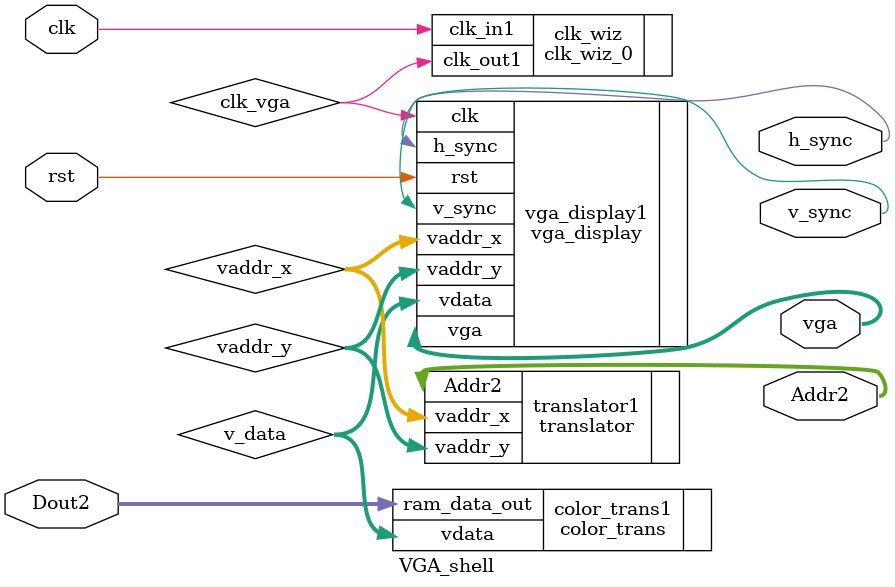
<source format=v>
`timescale 1ns / 1ps

module VGA_shell(
   clk,
   rst,
   Addr2,
   Dout2,
   h_sync,
   v_sync,
   vga
);
   input clk,rst;
   input [31:0]Dout2;
   output [9:0]Addr2;
   output h_sync,v_sync;
   output [11:0] vga;

   wire [10:0] vaddr_x,vaddr_y;
   wire [11:0]v_data;
   wire clk_vga;

   clk_wiz_0 clk_wiz (.clk_in1(clk),.clk_out1(clk_vga));

   color_trans color_trans1(
    .ram_data_out(Dout2),
    .vdata(v_data)
   );

   vga_display vga_display1(
    .clk(clk_vga),
    .rst(rst),
    .vdata(v_data),
    .vaddr_x(vaddr_x),
    .vaddr_y(vaddr_y),
    .h_sync(h_sync),
    .v_sync(v_sync),
    .vga(vga)
   );

   translator translator1(
    .vaddr_x(vaddr_x),
    .vaddr_y(vaddr_y),
    .Addr2(Addr2)
   );
endmodule

</source>
